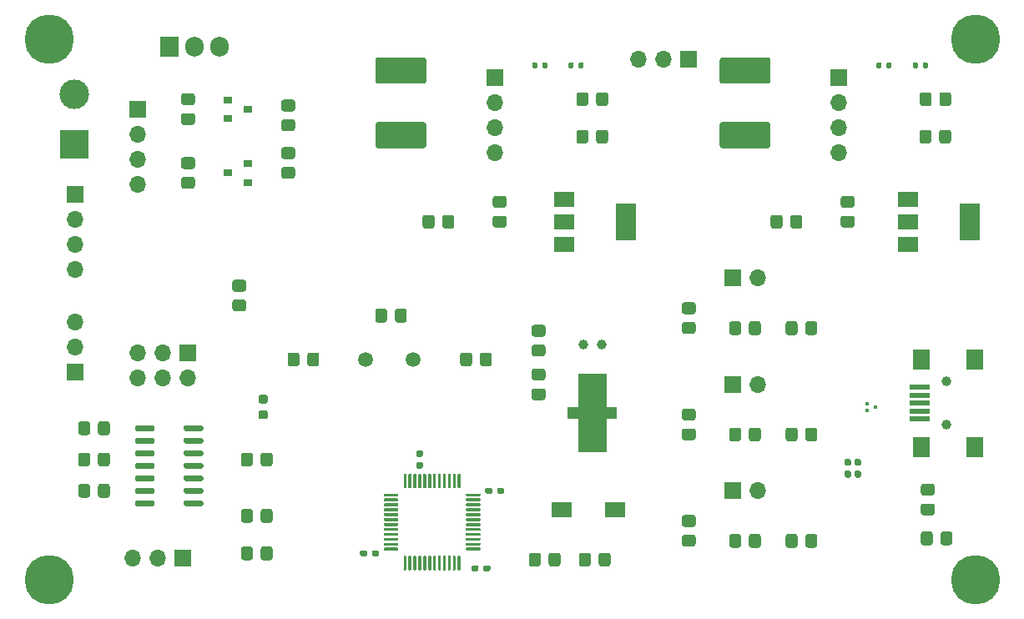
<source format=gts>
G04 #@! TF.GenerationSoftware,KiCad,Pcbnew,(5.1.10)-1*
G04 #@! TF.CreationDate,2021-09-04T13:32:15+03:00*
G04 #@! TF.ProjectId,amp_control_board,616d705f-636f-46e7-9472-6f6c5f626f61,rev?*
G04 #@! TF.SameCoordinates,Original*
G04 #@! TF.FileFunction,Soldermask,Top*
G04 #@! TF.FilePolarity,Negative*
%FSLAX46Y46*%
G04 Gerber Fmt 4.6, Leading zero omitted, Abs format (unit mm)*
G04 Created by KiCad (PCBNEW (5.1.10)-1) date 2021-09-04 13:32:15*
%MOMM*%
%LPD*%
G01*
G04 APERTURE LIST*
%ADD10R,0.300000X0.300000*%
%ADD11C,1.000000*%
%ADD12R,1.700000X2.000000*%
%ADD13R,2.000000X0.500000*%
%ADD14C,5.000000*%
%ADD15O,1.700000X1.700000*%
%ADD16R,1.700000X1.700000*%
%ADD17R,3.000000X3.000000*%
%ADD18C,3.000000*%
%ADD19R,2.000000X1.500000*%
%ADD20R,2.000000X3.800000*%
%ADD21R,0.900000X0.800000*%
%ADD22R,2.000000X1.600000*%
%ADD23R,1.905000X2.000000*%
%ADD24O,1.905000X2.000000*%
%ADD25C,1.500000*%
%ADD26R,3.000000X8.000000*%
%ADD27R,1.200000X1.200000*%
G04 APERTURE END LIST*
D10*
X213912000Y-106426000D03*
X213062000Y-106776000D03*
X213062000Y-106076000D03*
G36*
G01*
X219691000Y-119310999D02*
X219691000Y-120211001D01*
G75*
G02*
X219441001Y-120461000I-249999J0D01*
G01*
X218740999Y-120461000D01*
G75*
G02*
X218491000Y-120211001I0J249999D01*
G01*
X218491000Y-119310999D01*
G75*
G02*
X218740999Y-119061000I249999J0D01*
G01*
X219441001Y-119061000D01*
G75*
G02*
X219691000Y-119310999I0J-249999D01*
G01*
G37*
G36*
G01*
X221691000Y-119310999D02*
X221691000Y-120211001D01*
G75*
G02*
X221441001Y-120461000I-249999J0D01*
G01*
X220740999Y-120461000D01*
G75*
G02*
X220491000Y-120211001I0J249999D01*
G01*
X220491000Y-119310999D01*
G75*
G02*
X220740999Y-119061000I249999J0D01*
G01*
X221441001Y-119061000D01*
G75*
G02*
X221691000Y-119310999I0J-249999D01*
G01*
G37*
G36*
G01*
X219652001Y-115424000D02*
X218751999Y-115424000D01*
G75*
G02*
X218502000Y-115174001I0J249999D01*
G01*
X218502000Y-114473999D01*
G75*
G02*
X218751999Y-114224000I249999J0D01*
G01*
X219652001Y-114224000D01*
G75*
G02*
X219902000Y-114473999I0J-249999D01*
G01*
X219902000Y-115174001D01*
G75*
G02*
X219652001Y-115424000I-249999J0D01*
G01*
G37*
G36*
G01*
X219652001Y-117424000D02*
X218751999Y-117424000D01*
G75*
G02*
X218502000Y-117174001I0J249999D01*
G01*
X218502000Y-116473999D01*
G75*
G02*
X218751999Y-116224000I249999J0D01*
G01*
X219652001Y-116224000D01*
G75*
G02*
X219902000Y-116473999I0J-249999D01*
G01*
X219902000Y-117174001D01*
G75*
G02*
X219652001Y-117424000I-249999J0D01*
G01*
G37*
G36*
G01*
X212250000Y-112409000D02*
X211930000Y-112409000D01*
G75*
G02*
X211770000Y-112249000I0J160000D01*
G01*
X211770000Y-111854000D01*
G75*
G02*
X211930000Y-111694000I160000J0D01*
G01*
X212250000Y-111694000D01*
G75*
G02*
X212410000Y-111854000I0J-160000D01*
G01*
X212410000Y-112249000D01*
G75*
G02*
X212250000Y-112409000I-160000J0D01*
G01*
G37*
G36*
G01*
X212250000Y-113604000D02*
X211930000Y-113604000D01*
G75*
G02*
X211770000Y-113444000I0J160000D01*
G01*
X211770000Y-113049000D01*
G75*
G02*
X211930000Y-112889000I160000J0D01*
G01*
X212250000Y-112889000D01*
G75*
G02*
X212410000Y-113049000I0J-160000D01*
G01*
X212410000Y-113444000D01*
G75*
G02*
X212250000Y-113604000I-160000J0D01*
G01*
G37*
G36*
G01*
X210914000Y-112889000D02*
X211234000Y-112889000D01*
G75*
G02*
X211394000Y-113049000I0J-160000D01*
G01*
X211394000Y-113444000D01*
G75*
G02*
X211234000Y-113604000I-160000J0D01*
G01*
X210914000Y-113604000D01*
G75*
G02*
X210754000Y-113444000I0J160000D01*
G01*
X210754000Y-113049000D01*
G75*
G02*
X210914000Y-112889000I160000J0D01*
G01*
G37*
G36*
G01*
X210914000Y-111694000D02*
X211234000Y-111694000D01*
G75*
G02*
X211394000Y-111854000I0J-160000D01*
G01*
X211394000Y-112249000D01*
G75*
G02*
X211234000Y-112409000I-160000J0D01*
G01*
X210914000Y-112409000D01*
G75*
G02*
X210754000Y-112249000I0J160000D01*
G01*
X210754000Y-111854000D01*
G75*
G02*
X210914000Y-111694000I160000J0D01*
G01*
G37*
D11*
X221107000Y-103845000D03*
X221107000Y-108245000D03*
D12*
X223957000Y-101595000D03*
X218507000Y-101595000D03*
X223957000Y-110495000D03*
X218507000Y-110495000D03*
D13*
X218407000Y-104445000D03*
X218407000Y-105245000D03*
X218407000Y-106045000D03*
X218407000Y-106845000D03*
X218407000Y-107645000D03*
D14*
X224028000Y-123952000D03*
X130048000Y-123952000D03*
X224028000Y-69088000D03*
X130048000Y-69088000D03*
G36*
G01*
X175500000Y-115095000D02*
X175500000Y-114775000D01*
G75*
G02*
X175660000Y-114615000I160000J0D01*
G01*
X176055000Y-114615000D01*
G75*
G02*
X176215000Y-114775000I0J-160000D01*
G01*
X176215000Y-115095000D01*
G75*
G02*
X176055000Y-115255000I-160000J0D01*
G01*
X175660000Y-115255000D01*
G75*
G02*
X175500000Y-115095000I0J160000D01*
G01*
G37*
G36*
G01*
X174305000Y-115095000D02*
X174305000Y-114775000D01*
G75*
G02*
X174465000Y-114615000I160000J0D01*
G01*
X174860000Y-114615000D01*
G75*
G02*
X175020000Y-114775000I0J-160000D01*
G01*
X175020000Y-115095000D01*
G75*
G02*
X174860000Y-115255000I-160000J0D01*
G01*
X174465000Y-115255000D01*
G75*
G02*
X174305000Y-115095000I0J160000D01*
G01*
G37*
G36*
G01*
X174103000Y-122969000D02*
X174103000Y-122649000D01*
G75*
G02*
X174263000Y-122489000I160000J0D01*
G01*
X174658000Y-122489000D01*
G75*
G02*
X174818000Y-122649000I0J-160000D01*
G01*
X174818000Y-122969000D01*
G75*
G02*
X174658000Y-123129000I-160000J0D01*
G01*
X174263000Y-123129000D01*
G75*
G02*
X174103000Y-122969000I0J160000D01*
G01*
G37*
G36*
G01*
X172908000Y-122969000D02*
X172908000Y-122649000D01*
G75*
G02*
X173068000Y-122489000I160000J0D01*
G01*
X173463000Y-122489000D01*
G75*
G02*
X173623000Y-122649000I0J-160000D01*
G01*
X173623000Y-122969000D01*
G75*
G02*
X173463000Y-123129000I-160000J0D01*
G01*
X173068000Y-123129000D01*
G75*
G02*
X172908000Y-122969000I0J160000D01*
G01*
G37*
G36*
G01*
X162320000Y-121125000D02*
X162320000Y-121445000D01*
G75*
G02*
X162160000Y-121605000I-160000J0D01*
G01*
X161765000Y-121605000D01*
G75*
G02*
X161605000Y-121445000I0J160000D01*
G01*
X161605000Y-121125000D01*
G75*
G02*
X161765000Y-120965000I160000J0D01*
G01*
X162160000Y-120965000D01*
G75*
G02*
X162320000Y-121125000I0J-160000D01*
G01*
G37*
G36*
G01*
X163515000Y-121125000D02*
X163515000Y-121445000D01*
G75*
G02*
X163355000Y-121605000I-160000J0D01*
G01*
X162960000Y-121605000D01*
G75*
G02*
X162800000Y-121445000I0J160000D01*
G01*
X162800000Y-121125000D01*
G75*
G02*
X162960000Y-120965000I160000J0D01*
G01*
X163355000Y-120965000D01*
G75*
G02*
X163515000Y-121125000I0J-160000D01*
G01*
G37*
G36*
G01*
X167800000Y-111520000D02*
X167480000Y-111520000D01*
G75*
G02*
X167320000Y-111360000I0J160000D01*
G01*
X167320000Y-110965000D01*
G75*
G02*
X167480000Y-110805000I160000J0D01*
G01*
X167800000Y-110805000D01*
G75*
G02*
X167960000Y-110965000I0J-160000D01*
G01*
X167960000Y-111360000D01*
G75*
G02*
X167800000Y-111520000I-160000J0D01*
G01*
G37*
G36*
G01*
X167800000Y-112715000D02*
X167480000Y-112715000D01*
G75*
G02*
X167320000Y-112555000I0J160000D01*
G01*
X167320000Y-112160000D01*
G75*
G02*
X167480000Y-112000000I160000J0D01*
G01*
X167800000Y-112000000D01*
G75*
G02*
X167960000Y-112160000I0J-160000D01*
G01*
X167960000Y-112555000D01*
G75*
G02*
X167800000Y-112715000I-160000J0D01*
G01*
G37*
D15*
X138557000Y-121793000D03*
X141097000Y-121793000D03*
D16*
X143637000Y-121793000D03*
G36*
G01*
X171755000Y-102050001D02*
X171755000Y-101149999D01*
G75*
G02*
X172004999Y-100900000I249999J0D01*
G01*
X172705001Y-100900000D01*
G75*
G02*
X172955000Y-101149999I0J-249999D01*
G01*
X172955000Y-102050001D01*
G75*
G02*
X172705001Y-102300000I-249999J0D01*
G01*
X172004999Y-102300000D01*
G75*
G02*
X171755000Y-102050001I0J249999D01*
G01*
G37*
G36*
G01*
X173755000Y-102050001D02*
X173755000Y-101149999D01*
G75*
G02*
X174004999Y-100900000I249999J0D01*
G01*
X174705001Y-100900000D01*
G75*
G02*
X174955000Y-101149999I0J-249999D01*
G01*
X174955000Y-102050001D01*
G75*
G02*
X174705001Y-102300000I-249999J0D01*
G01*
X174004999Y-102300000D01*
G75*
G02*
X173755000Y-102050001I0J249999D01*
G01*
G37*
G36*
G01*
X211524001Y-86214000D02*
X210623999Y-86214000D01*
G75*
G02*
X210374000Y-85964001I0J249999D01*
G01*
X210374000Y-85263999D01*
G75*
G02*
X210623999Y-85014000I249999J0D01*
G01*
X211524001Y-85014000D01*
G75*
G02*
X211774000Y-85263999I0J-249999D01*
G01*
X211774000Y-85964001D01*
G75*
G02*
X211524001Y-86214000I-249999J0D01*
G01*
G37*
G36*
G01*
X211524001Y-88214000D02*
X210623999Y-88214000D01*
G75*
G02*
X210374000Y-87964001I0J249999D01*
G01*
X210374000Y-87263999D01*
G75*
G02*
X210623999Y-87014000I249999J0D01*
G01*
X211524001Y-87014000D01*
G75*
G02*
X211774000Y-87263999I0J-249999D01*
G01*
X211774000Y-87964001D01*
G75*
G02*
X211524001Y-88214000I-249999J0D01*
G01*
G37*
G36*
G01*
X155445000Y-101149999D02*
X155445000Y-102050001D01*
G75*
G02*
X155195001Y-102300000I-249999J0D01*
G01*
X154494999Y-102300000D01*
G75*
G02*
X154245000Y-102050001I0J249999D01*
G01*
X154245000Y-101149999D01*
G75*
G02*
X154494999Y-100900000I249999J0D01*
G01*
X155195001Y-100900000D01*
G75*
G02*
X155445000Y-101149999I0J-249999D01*
G01*
G37*
G36*
G01*
X157445000Y-101149999D02*
X157445000Y-102050001D01*
G75*
G02*
X157195001Y-102300000I-249999J0D01*
G01*
X156494999Y-102300000D01*
G75*
G02*
X156245000Y-102050001I0J249999D01*
G01*
X156245000Y-101149999D01*
G75*
G02*
X156494999Y-100900000I249999J0D01*
G01*
X157195001Y-100900000D01*
G75*
G02*
X157445000Y-101149999I0J-249999D01*
G01*
G37*
G36*
G01*
X179254999Y-102540000D02*
X180155001Y-102540000D01*
G75*
G02*
X180405000Y-102789999I0J-249999D01*
G01*
X180405000Y-103490001D01*
G75*
G02*
X180155001Y-103740000I-249999J0D01*
G01*
X179254999Y-103740000D01*
G75*
G02*
X179005000Y-103490001I0J249999D01*
G01*
X179005000Y-102789999D01*
G75*
G02*
X179254999Y-102540000I249999J0D01*
G01*
G37*
G36*
G01*
X179254999Y-104540000D02*
X180155001Y-104540000D01*
G75*
G02*
X180405000Y-104789999I0J-249999D01*
G01*
X180405000Y-105490001D01*
G75*
G02*
X180155001Y-105740000I-249999J0D01*
G01*
X179254999Y-105740000D01*
G75*
G02*
X179005000Y-105490001I0J249999D01*
G01*
X179005000Y-104789999D01*
G75*
G02*
X179254999Y-104540000I249999J0D01*
G01*
G37*
G36*
G01*
X180155001Y-99295000D02*
X179254999Y-99295000D01*
G75*
G02*
X179005000Y-99045001I0J249999D01*
G01*
X179005000Y-98344999D01*
G75*
G02*
X179254999Y-98095000I249999J0D01*
G01*
X180155001Y-98095000D01*
G75*
G02*
X180405000Y-98344999I0J-249999D01*
G01*
X180405000Y-99045001D01*
G75*
G02*
X180155001Y-99295000I-249999J0D01*
G01*
G37*
G36*
G01*
X180155001Y-101295000D02*
X179254999Y-101295000D01*
G75*
G02*
X179005000Y-101045001I0J249999D01*
G01*
X179005000Y-100344999D01*
G75*
G02*
X179254999Y-100095000I249999J0D01*
G01*
X180155001Y-100095000D01*
G75*
G02*
X180405000Y-100344999I0J-249999D01*
G01*
X180405000Y-101045001D01*
G75*
G02*
X180155001Y-101295000I-249999J0D01*
G01*
G37*
G36*
G01*
X176218001Y-88214000D02*
X175317999Y-88214000D01*
G75*
G02*
X175068000Y-87964001I0J249999D01*
G01*
X175068000Y-87263999D01*
G75*
G02*
X175317999Y-87014000I249999J0D01*
G01*
X176218001Y-87014000D01*
G75*
G02*
X176468000Y-87263999I0J-249999D01*
G01*
X176468000Y-87964001D01*
G75*
G02*
X176218001Y-88214000I-249999J0D01*
G01*
G37*
G36*
G01*
X176218001Y-86214000D02*
X175317999Y-86214000D01*
G75*
G02*
X175068000Y-85964001I0J249999D01*
G01*
X175068000Y-85263999D01*
G75*
G02*
X175317999Y-85014000I249999J0D01*
G01*
X176218001Y-85014000D01*
G75*
G02*
X176468000Y-85263999I0J-249999D01*
G01*
X176468000Y-85964001D01*
G75*
G02*
X176218001Y-86214000I-249999J0D01*
G01*
G37*
G36*
G01*
X183820000Y-122370001D02*
X183820000Y-121469999D01*
G75*
G02*
X184069999Y-121220000I249999J0D01*
G01*
X184770001Y-121220000D01*
G75*
G02*
X185020000Y-121469999I0J-249999D01*
G01*
X185020000Y-122370001D01*
G75*
G02*
X184770001Y-122620000I-249999J0D01*
G01*
X184069999Y-122620000D01*
G75*
G02*
X183820000Y-122370001I0J249999D01*
G01*
G37*
G36*
G01*
X185820000Y-122370001D02*
X185820000Y-121469999D01*
G75*
G02*
X186069999Y-121220000I249999J0D01*
G01*
X186770001Y-121220000D01*
G75*
G02*
X187020000Y-121469999I0J-249999D01*
G01*
X187020000Y-122370001D01*
G75*
G02*
X186770001Y-122620000I-249999J0D01*
G01*
X186069999Y-122620000D01*
G75*
G02*
X185820000Y-122370001I0J249999D01*
G01*
G37*
G36*
G01*
X195395001Y-97009000D02*
X194494999Y-97009000D01*
G75*
G02*
X194245000Y-96759001I0J249999D01*
G01*
X194245000Y-96058999D01*
G75*
G02*
X194494999Y-95809000I249999J0D01*
G01*
X195395001Y-95809000D01*
G75*
G02*
X195645000Y-96058999I0J-249999D01*
G01*
X195645000Y-96759001D01*
G75*
G02*
X195395001Y-97009000I-249999J0D01*
G01*
G37*
G36*
G01*
X195395001Y-99009000D02*
X194494999Y-99009000D01*
G75*
G02*
X194245000Y-98759001I0J249999D01*
G01*
X194245000Y-98058999D01*
G75*
G02*
X194494999Y-97809000I249999J0D01*
G01*
X195395001Y-97809000D01*
G75*
G02*
X195645000Y-98058999I0J-249999D01*
G01*
X195645000Y-98759001D01*
G75*
G02*
X195395001Y-99009000I-249999J0D01*
G01*
G37*
G36*
G01*
X195395001Y-107804000D02*
X194494999Y-107804000D01*
G75*
G02*
X194245000Y-107554001I0J249999D01*
G01*
X194245000Y-106853999D01*
G75*
G02*
X194494999Y-106604000I249999J0D01*
G01*
X195395001Y-106604000D01*
G75*
G02*
X195645000Y-106853999I0J-249999D01*
G01*
X195645000Y-107554001D01*
G75*
G02*
X195395001Y-107804000I-249999J0D01*
G01*
G37*
G36*
G01*
X195395001Y-109804000D02*
X194494999Y-109804000D01*
G75*
G02*
X194245000Y-109554001I0J249999D01*
G01*
X194245000Y-108853999D01*
G75*
G02*
X194494999Y-108604000I249999J0D01*
G01*
X195395001Y-108604000D01*
G75*
G02*
X195645000Y-108853999I0J-249999D01*
G01*
X195645000Y-109554001D01*
G75*
G02*
X195395001Y-109804000I-249999J0D01*
G01*
G37*
G36*
G01*
X195395001Y-120599000D02*
X194494999Y-120599000D01*
G75*
G02*
X194245000Y-120349001I0J249999D01*
G01*
X194245000Y-119648999D01*
G75*
G02*
X194494999Y-119399000I249999J0D01*
G01*
X195395001Y-119399000D01*
G75*
G02*
X195645000Y-119648999I0J-249999D01*
G01*
X195645000Y-120349001D01*
G75*
G02*
X195395001Y-120599000I-249999J0D01*
G01*
G37*
G36*
G01*
X195395001Y-118599000D02*
X194494999Y-118599000D01*
G75*
G02*
X194245000Y-118349001I0J249999D01*
G01*
X194245000Y-117648999D01*
G75*
G02*
X194494999Y-117399000I249999J0D01*
G01*
X195395001Y-117399000D01*
G75*
G02*
X195645000Y-117648999I0J-249999D01*
G01*
X195645000Y-118349001D01*
G75*
G02*
X195395001Y-118599000I-249999J0D01*
G01*
G37*
G36*
G01*
X202985000Y-73615000D02*
X198335000Y-73615000D01*
G75*
G02*
X198085000Y-73365000I0J250000D01*
G01*
X198085000Y-71215000D01*
G75*
G02*
X198335000Y-70965000I250000J0D01*
G01*
X202985000Y-70965000D01*
G75*
G02*
X203235000Y-71215000I0J-250000D01*
G01*
X203235000Y-73365000D01*
G75*
G02*
X202985000Y-73615000I-250000J0D01*
G01*
G37*
G36*
G01*
X202985000Y-80165000D02*
X198335000Y-80165000D01*
G75*
G02*
X198085000Y-79915000I0J250000D01*
G01*
X198085000Y-77765000D01*
G75*
G02*
X198335000Y-77515000I250000J0D01*
G01*
X202985000Y-77515000D01*
G75*
G02*
X203235000Y-77765000I0J-250000D01*
G01*
X203235000Y-79915000D01*
G75*
G02*
X202985000Y-80165000I-250000J0D01*
G01*
G37*
G36*
G01*
X168060000Y-80165000D02*
X163410000Y-80165000D01*
G75*
G02*
X163160000Y-79915000I0J250000D01*
G01*
X163160000Y-77765000D01*
G75*
G02*
X163410000Y-77515000I250000J0D01*
G01*
X168060000Y-77515000D01*
G75*
G02*
X168310000Y-77765000I0J-250000D01*
G01*
X168310000Y-79915000D01*
G75*
G02*
X168060000Y-80165000I-250000J0D01*
G01*
G37*
G36*
G01*
X168060000Y-73615000D02*
X163410000Y-73615000D01*
G75*
G02*
X163160000Y-73365000I0J250000D01*
G01*
X163160000Y-71215000D01*
G75*
G02*
X163410000Y-70965000I250000J0D01*
G01*
X168060000Y-70965000D01*
G75*
G02*
X168310000Y-71215000I0J-250000D01*
G01*
X168310000Y-73365000D01*
G75*
G02*
X168060000Y-73615000I-250000J0D01*
G01*
G37*
G36*
G01*
X151508750Y-105201000D02*
X152021250Y-105201000D01*
G75*
G02*
X152240000Y-105419750I0J-218750D01*
G01*
X152240000Y-105857250D01*
G75*
G02*
X152021250Y-106076000I-218750J0D01*
G01*
X151508750Y-106076000D01*
G75*
G02*
X151290000Y-105857250I0J218750D01*
G01*
X151290000Y-105419750D01*
G75*
G02*
X151508750Y-105201000I218750J0D01*
G01*
G37*
G36*
G01*
X151508750Y-106776000D02*
X152021250Y-106776000D01*
G75*
G02*
X152240000Y-106994750I0J-218750D01*
G01*
X152240000Y-107432250D01*
G75*
G02*
X152021250Y-107651000I-218750J0D01*
G01*
X151508750Y-107651000D01*
G75*
G02*
X151290000Y-107432250I0J218750D01*
G01*
X151290000Y-106994750D01*
G75*
G02*
X151508750Y-106776000I218750J0D01*
G01*
G37*
D15*
X189865000Y-71120000D03*
X192405000Y-71120000D03*
D16*
X194945000Y-71120000D03*
D15*
X132715000Y-92456000D03*
X132715000Y-89916000D03*
X132715000Y-87376000D03*
D16*
X132715000Y-84836000D03*
D17*
X132588000Y-79756000D03*
D18*
X132588000Y-74676000D03*
D16*
X139065000Y-76200000D03*
D15*
X139065000Y-78740000D03*
X139065000Y-81280000D03*
X139065000Y-83820000D03*
D16*
X144145000Y-100965000D03*
D15*
X144145000Y-103505000D03*
X141605000Y-100965000D03*
X141605000Y-103505000D03*
X139065000Y-100965000D03*
X139065000Y-103505000D03*
D16*
X132715000Y-102870000D03*
D15*
X132715000Y-100330000D03*
X132715000Y-97790000D03*
D16*
X210185000Y-73025000D03*
D15*
X210185000Y-75565000D03*
X210185000Y-78105000D03*
X210185000Y-80645000D03*
X175260000Y-80645000D03*
X175260000Y-78105000D03*
X175260000Y-75565000D03*
D16*
X175260000Y-73025000D03*
D19*
X217195000Y-85330000D03*
X217195000Y-89930000D03*
X217195000Y-87630000D03*
D20*
X223495000Y-87630000D03*
X188595000Y-87630000D03*
D19*
X182295000Y-87630000D03*
X182295000Y-89930000D03*
X182295000Y-85330000D03*
D21*
X150225000Y-76200000D03*
X148225000Y-77150000D03*
X148225000Y-75250000D03*
X150225000Y-83627000D03*
X150225000Y-81727000D03*
X148225000Y-82677000D03*
G36*
G01*
X206451000Y-87179999D02*
X206451000Y-88080001D01*
G75*
G02*
X206201001Y-88330000I-249999J0D01*
G01*
X205500999Y-88330000D01*
G75*
G02*
X205251000Y-88080001I0J249999D01*
G01*
X205251000Y-87179999D01*
G75*
G02*
X205500999Y-86930000I249999J0D01*
G01*
X206201001Y-86930000D01*
G75*
G02*
X206451000Y-87179999I0J-249999D01*
G01*
G37*
G36*
G01*
X204451000Y-87179999D02*
X204451000Y-88080001D01*
G75*
G02*
X204201001Y-88330000I-249999J0D01*
G01*
X203500999Y-88330000D01*
G75*
G02*
X203251000Y-88080001I0J249999D01*
G01*
X203251000Y-87179999D01*
G75*
G02*
X203500999Y-86930000I249999J0D01*
G01*
X204201001Y-86930000D01*
G75*
G02*
X204451000Y-87179999I0J-249999D01*
G01*
G37*
G36*
G01*
X164335000Y-96704999D02*
X164335000Y-97605001D01*
G75*
G02*
X164085001Y-97855000I-249999J0D01*
G01*
X163384999Y-97855000D01*
G75*
G02*
X163135000Y-97605001I0J249999D01*
G01*
X163135000Y-96704999D01*
G75*
G02*
X163384999Y-96455000I249999J0D01*
G01*
X164085001Y-96455000D01*
G75*
G02*
X164335000Y-96704999I0J-249999D01*
G01*
G37*
G36*
G01*
X166335000Y-96704999D02*
X166335000Y-97605001D01*
G75*
G02*
X166085001Y-97855000I-249999J0D01*
G01*
X165384999Y-97855000D01*
G75*
G02*
X165135000Y-97605001I0J249999D01*
G01*
X165135000Y-96704999D01*
G75*
G02*
X165384999Y-96455000I249999J0D01*
G01*
X166085001Y-96455000D01*
G75*
G02*
X166335000Y-96704999I0J-249999D01*
G01*
G37*
G36*
G01*
X220380000Y-75634001D02*
X220380000Y-74733999D01*
G75*
G02*
X220629999Y-74484000I249999J0D01*
G01*
X221330001Y-74484000D01*
G75*
G02*
X221580000Y-74733999I0J-249999D01*
G01*
X221580000Y-75634001D01*
G75*
G02*
X221330001Y-75884000I-249999J0D01*
G01*
X220629999Y-75884000D01*
G75*
G02*
X220380000Y-75634001I0J249999D01*
G01*
G37*
G36*
G01*
X218380000Y-75634001D02*
X218380000Y-74733999D01*
G75*
G02*
X218629999Y-74484000I249999J0D01*
G01*
X219330001Y-74484000D01*
G75*
G02*
X219580000Y-74733999I0J-249999D01*
G01*
X219580000Y-75634001D01*
G75*
G02*
X219330001Y-75884000I-249999J0D01*
G01*
X218629999Y-75884000D01*
G75*
G02*
X218380000Y-75634001I0J249999D01*
G01*
G37*
G36*
G01*
X179940000Y-121469999D02*
X179940000Y-122370001D01*
G75*
G02*
X179690001Y-122620000I-249999J0D01*
G01*
X178989999Y-122620000D01*
G75*
G02*
X178740000Y-122370001I0J249999D01*
G01*
X178740000Y-121469999D01*
G75*
G02*
X178989999Y-121220000I249999J0D01*
G01*
X179690001Y-121220000D01*
G75*
G02*
X179940000Y-121469999I0J-249999D01*
G01*
G37*
G36*
G01*
X181940000Y-121469999D02*
X181940000Y-122370001D01*
G75*
G02*
X181690001Y-122620000I-249999J0D01*
G01*
X180989999Y-122620000D01*
G75*
G02*
X180740000Y-122370001I0J249999D01*
G01*
X180740000Y-121469999D01*
G75*
G02*
X180989999Y-121220000I249999J0D01*
G01*
X181690001Y-121220000D01*
G75*
G02*
X181940000Y-121469999I0J-249999D01*
G01*
G37*
G36*
G01*
X144595001Y-77800000D02*
X143694999Y-77800000D01*
G75*
G02*
X143445000Y-77550001I0J249999D01*
G01*
X143445000Y-76849999D01*
G75*
G02*
X143694999Y-76600000I249999J0D01*
G01*
X144595001Y-76600000D01*
G75*
G02*
X144845000Y-76849999I0J-249999D01*
G01*
X144845000Y-77550001D01*
G75*
G02*
X144595001Y-77800000I-249999J0D01*
G01*
G37*
G36*
G01*
X144595001Y-75800000D02*
X143694999Y-75800000D01*
G75*
G02*
X143445000Y-75550001I0J249999D01*
G01*
X143445000Y-74849999D01*
G75*
G02*
X143694999Y-74600000I249999J0D01*
G01*
X144595001Y-74600000D01*
G75*
G02*
X144845000Y-74849999I0J-249999D01*
G01*
X144845000Y-75550001D01*
G75*
G02*
X144595001Y-75800000I-249999J0D01*
G01*
G37*
G36*
G01*
X143694999Y-83077000D02*
X144595001Y-83077000D01*
G75*
G02*
X144845000Y-83326999I0J-249999D01*
G01*
X144845000Y-84027001D01*
G75*
G02*
X144595001Y-84277000I-249999J0D01*
G01*
X143694999Y-84277000D01*
G75*
G02*
X143445000Y-84027001I0J249999D01*
G01*
X143445000Y-83326999D01*
G75*
G02*
X143694999Y-83077000I249999J0D01*
G01*
G37*
G36*
G01*
X143694999Y-81077000D02*
X144595001Y-81077000D01*
G75*
G02*
X144845000Y-81326999I0J-249999D01*
G01*
X144845000Y-82027001D01*
G75*
G02*
X144595001Y-82277000I-249999J0D01*
G01*
X143694999Y-82277000D01*
G75*
G02*
X143445000Y-82027001I0J249999D01*
G01*
X143445000Y-81326999D01*
G75*
G02*
X143694999Y-81077000I249999J0D01*
G01*
G37*
G36*
G01*
X148901999Y-93523000D02*
X149802001Y-93523000D01*
G75*
G02*
X150052000Y-93772999I0J-249999D01*
G01*
X150052000Y-94473001D01*
G75*
G02*
X149802001Y-94723000I-249999J0D01*
G01*
X148901999Y-94723000D01*
G75*
G02*
X148652000Y-94473001I0J249999D01*
G01*
X148652000Y-93772999D01*
G75*
G02*
X148901999Y-93523000I249999J0D01*
G01*
G37*
G36*
G01*
X148901999Y-95523000D02*
X149802001Y-95523000D01*
G75*
G02*
X150052000Y-95772999I0J-249999D01*
G01*
X150052000Y-96473001D01*
G75*
G02*
X149802001Y-96723000I-249999J0D01*
G01*
X148901999Y-96723000D01*
G75*
G02*
X148652000Y-96473001I0J249999D01*
G01*
X148652000Y-95772999D01*
G75*
G02*
X148901999Y-95523000I249999J0D01*
G01*
G37*
G36*
G01*
X153854999Y-75235000D02*
X154755001Y-75235000D01*
G75*
G02*
X155005000Y-75484999I0J-249999D01*
G01*
X155005000Y-76185001D01*
G75*
G02*
X154755001Y-76435000I-249999J0D01*
G01*
X153854999Y-76435000D01*
G75*
G02*
X153605000Y-76185001I0J249999D01*
G01*
X153605000Y-75484999D01*
G75*
G02*
X153854999Y-75235000I249999J0D01*
G01*
G37*
G36*
G01*
X153854999Y-77235000D02*
X154755001Y-77235000D01*
G75*
G02*
X155005000Y-77484999I0J-249999D01*
G01*
X155005000Y-78185001D01*
G75*
G02*
X154755001Y-78435000I-249999J0D01*
G01*
X153854999Y-78435000D01*
G75*
G02*
X153605000Y-78185001I0J249999D01*
G01*
X153605000Y-77484999D01*
G75*
G02*
X153854999Y-77235000I249999J0D01*
G01*
G37*
G36*
G01*
X154755001Y-83261000D02*
X153854999Y-83261000D01*
G75*
G02*
X153605000Y-83011001I0J249999D01*
G01*
X153605000Y-82310999D01*
G75*
G02*
X153854999Y-82061000I249999J0D01*
G01*
X154755001Y-82061000D01*
G75*
G02*
X155005000Y-82310999I0J-249999D01*
G01*
X155005000Y-83011001D01*
G75*
G02*
X154755001Y-83261000I-249999J0D01*
G01*
G37*
G36*
G01*
X154755001Y-81261000D02*
X153854999Y-81261000D01*
G75*
G02*
X153605000Y-81011001I0J249999D01*
G01*
X153605000Y-80310999D01*
G75*
G02*
X153854999Y-80061000I249999J0D01*
G01*
X154755001Y-80061000D01*
G75*
G02*
X155005000Y-80310999I0J-249999D01*
G01*
X155005000Y-81011001D01*
G75*
G02*
X154755001Y-81261000I-249999J0D01*
G01*
G37*
G36*
G01*
X135020000Y-109035001D02*
X135020000Y-108134999D01*
G75*
G02*
X135269999Y-107885000I249999J0D01*
G01*
X135970001Y-107885000D01*
G75*
G02*
X136220000Y-108134999I0J-249999D01*
G01*
X136220000Y-109035001D01*
G75*
G02*
X135970001Y-109285000I-249999J0D01*
G01*
X135269999Y-109285000D01*
G75*
G02*
X135020000Y-109035001I0J249999D01*
G01*
G37*
G36*
G01*
X133020000Y-109035001D02*
X133020000Y-108134999D01*
G75*
G02*
X133269999Y-107885000I249999J0D01*
G01*
X133970001Y-107885000D01*
G75*
G02*
X134220000Y-108134999I0J-249999D01*
G01*
X134220000Y-109035001D01*
G75*
G02*
X133970001Y-109285000I-249999J0D01*
G01*
X133269999Y-109285000D01*
G75*
G02*
X133020000Y-109035001I0J249999D01*
G01*
G37*
G36*
G01*
X133020000Y-112210001D02*
X133020000Y-111309999D01*
G75*
G02*
X133269999Y-111060000I249999J0D01*
G01*
X133970001Y-111060000D01*
G75*
G02*
X134220000Y-111309999I0J-249999D01*
G01*
X134220000Y-112210001D01*
G75*
G02*
X133970001Y-112460000I-249999J0D01*
G01*
X133269999Y-112460000D01*
G75*
G02*
X133020000Y-112210001I0J249999D01*
G01*
G37*
G36*
G01*
X135020000Y-112210001D02*
X135020000Y-111309999D01*
G75*
G02*
X135269999Y-111060000I249999J0D01*
G01*
X135970001Y-111060000D01*
G75*
G02*
X136220000Y-111309999I0J-249999D01*
G01*
X136220000Y-112210001D01*
G75*
G02*
X135970001Y-112460000I-249999J0D01*
G01*
X135269999Y-112460000D01*
G75*
G02*
X135020000Y-112210001I0J249999D01*
G01*
G37*
G36*
G01*
X151530000Y-117925001D02*
X151530000Y-117024999D01*
G75*
G02*
X151779999Y-116775000I249999J0D01*
G01*
X152480001Y-116775000D01*
G75*
G02*
X152730000Y-117024999I0J-249999D01*
G01*
X152730000Y-117925001D01*
G75*
G02*
X152480001Y-118175000I-249999J0D01*
G01*
X151779999Y-118175000D01*
G75*
G02*
X151530000Y-117925001I0J249999D01*
G01*
G37*
G36*
G01*
X149530000Y-117925001D02*
X149530000Y-117024999D01*
G75*
G02*
X149779999Y-116775000I249999J0D01*
G01*
X150480001Y-116775000D01*
G75*
G02*
X150730000Y-117024999I0J-249999D01*
G01*
X150730000Y-117925001D01*
G75*
G02*
X150480001Y-118175000I-249999J0D01*
G01*
X149779999Y-118175000D01*
G75*
G02*
X149530000Y-117925001I0J249999D01*
G01*
G37*
G36*
G01*
X135020000Y-115385001D02*
X135020000Y-114484999D01*
G75*
G02*
X135269999Y-114235000I249999J0D01*
G01*
X135970001Y-114235000D01*
G75*
G02*
X136220000Y-114484999I0J-249999D01*
G01*
X136220000Y-115385001D01*
G75*
G02*
X135970001Y-115635000I-249999J0D01*
G01*
X135269999Y-115635000D01*
G75*
G02*
X135020000Y-115385001I0J249999D01*
G01*
G37*
G36*
G01*
X133020000Y-115385001D02*
X133020000Y-114484999D01*
G75*
G02*
X133269999Y-114235000I249999J0D01*
G01*
X133970001Y-114235000D01*
G75*
G02*
X134220000Y-114484999I0J-249999D01*
G01*
X134220000Y-115385001D01*
G75*
G02*
X133970001Y-115635000I-249999J0D01*
G01*
X133269999Y-115635000D01*
G75*
G02*
X133020000Y-115385001I0J249999D01*
G01*
G37*
G36*
G01*
X152730000Y-111309999D02*
X152730000Y-112210001D01*
G75*
G02*
X152480001Y-112460000I-249999J0D01*
G01*
X151779999Y-112460000D01*
G75*
G02*
X151530000Y-112210001I0J249999D01*
G01*
X151530000Y-111309999D01*
G75*
G02*
X151779999Y-111060000I249999J0D01*
G01*
X152480001Y-111060000D01*
G75*
G02*
X152730000Y-111309999I0J-249999D01*
G01*
G37*
G36*
G01*
X150730000Y-111309999D02*
X150730000Y-112210001D01*
G75*
G02*
X150480001Y-112460000I-249999J0D01*
G01*
X149779999Y-112460000D01*
G75*
G02*
X149530000Y-112210001I0J249999D01*
G01*
X149530000Y-111309999D01*
G75*
G02*
X149779999Y-111060000I249999J0D01*
G01*
X150480001Y-111060000D01*
G75*
G02*
X150730000Y-111309999I0J-249999D01*
G01*
G37*
G36*
G01*
X152730000Y-120834999D02*
X152730000Y-121735001D01*
G75*
G02*
X152480001Y-121985000I-249999J0D01*
G01*
X151779999Y-121985000D01*
G75*
G02*
X151530000Y-121735001I0J249999D01*
G01*
X151530000Y-120834999D01*
G75*
G02*
X151779999Y-120585000I249999J0D01*
G01*
X152480001Y-120585000D01*
G75*
G02*
X152730000Y-120834999I0J-249999D01*
G01*
G37*
G36*
G01*
X150730000Y-120834999D02*
X150730000Y-121735001D01*
G75*
G02*
X150480001Y-121985000I-249999J0D01*
G01*
X149779999Y-121985000D01*
G75*
G02*
X149530000Y-121735001I0J249999D01*
G01*
X149530000Y-120834999D01*
G75*
G02*
X149779999Y-120585000I249999J0D01*
G01*
X150480001Y-120585000D01*
G75*
G02*
X150730000Y-120834999I0J-249999D01*
G01*
G37*
G36*
G01*
X206775000Y-98875001D02*
X206775000Y-97974999D01*
G75*
G02*
X207024999Y-97725000I249999J0D01*
G01*
X207725001Y-97725000D01*
G75*
G02*
X207975000Y-97974999I0J-249999D01*
G01*
X207975000Y-98875001D01*
G75*
G02*
X207725001Y-99125000I-249999J0D01*
G01*
X207024999Y-99125000D01*
G75*
G02*
X206775000Y-98875001I0J249999D01*
G01*
G37*
G36*
G01*
X204775000Y-98875001D02*
X204775000Y-97974999D01*
G75*
G02*
X205024999Y-97725000I249999J0D01*
G01*
X205725001Y-97725000D01*
G75*
G02*
X205975000Y-97974999I0J-249999D01*
G01*
X205975000Y-98875001D01*
G75*
G02*
X205725001Y-99125000I-249999J0D01*
G01*
X205024999Y-99125000D01*
G75*
G02*
X204775000Y-98875001I0J249999D01*
G01*
G37*
G36*
G01*
X199060000Y-98875001D02*
X199060000Y-97974999D01*
G75*
G02*
X199309999Y-97725000I249999J0D01*
G01*
X200010001Y-97725000D01*
G75*
G02*
X200260000Y-97974999I0J-249999D01*
G01*
X200260000Y-98875001D01*
G75*
G02*
X200010001Y-99125000I-249999J0D01*
G01*
X199309999Y-99125000D01*
G75*
G02*
X199060000Y-98875001I0J249999D01*
G01*
G37*
G36*
G01*
X201060000Y-98875001D02*
X201060000Y-97974999D01*
G75*
G02*
X201309999Y-97725000I249999J0D01*
G01*
X202010001Y-97725000D01*
G75*
G02*
X202260000Y-97974999I0J-249999D01*
G01*
X202260000Y-98875001D01*
G75*
G02*
X202010001Y-99125000I-249999J0D01*
G01*
X201309999Y-99125000D01*
G75*
G02*
X201060000Y-98875001I0J249999D01*
G01*
G37*
G36*
G01*
X206775000Y-109670001D02*
X206775000Y-108769999D01*
G75*
G02*
X207024999Y-108520000I249999J0D01*
G01*
X207725001Y-108520000D01*
G75*
G02*
X207975000Y-108769999I0J-249999D01*
G01*
X207975000Y-109670001D01*
G75*
G02*
X207725001Y-109920000I-249999J0D01*
G01*
X207024999Y-109920000D01*
G75*
G02*
X206775000Y-109670001I0J249999D01*
G01*
G37*
G36*
G01*
X204775000Y-109670001D02*
X204775000Y-108769999D01*
G75*
G02*
X205024999Y-108520000I249999J0D01*
G01*
X205725001Y-108520000D01*
G75*
G02*
X205975000Y-108769999I0J-249999D01*
G01*
X205975000Y-109670001D01*
G75*
G02*
X205725001Y-109920000I-249999J0D01*
G01*
X205024999Y-109920000D01*
G75*
G02*
X204775000Y-109670001I0J249999D01*
G01*
G37*
G36*
G01*
X199060000Y-109670001D02*
X199060000Y-108769999D01*
G75*
G02*
X199309999Y-108520000I249999J0D01*
G01*
X200010001Y-108520000D01*
G75*
G02*
X200260000Y-108769999I0J-249999D01*
G01*
X200260000Y-109670001D01*
G75*
G02*
X200010001Y-109920000I-249999J0D01*
G01*
X199309999Y-109920000D01*
G75*
G02*
X199060000Y-109670001I0J249999D01*
G01*
G37*
G36*
G01*
X201060000Y-109670001D02*
X201060000Y-108769999D01*
G75*
G02*
X201309999Y-108520000I249999J0D01*
G01*
X202010001Y-108520000D01*
G75*
G02*
X202260000Y-108769999I0J-249999D01*
G01*
X202260000Y-109670001D01*
G75*
G02*
X202010001Y-109920000I-249999J0D01*
G01*
X201309999Y-109920000D01*
G75*
G02*
X201060000Y-109670001I0J249999D01*
G01*
G37*
G36*
G01*
X204775000Y-120465001D02*
X204775000Y-119564999D01*
G75*
G02*
X205024999Y-119315000I249999J0D01*
G01*
X205725001Y-119315000D01*
G75*
G02*
X205975000Y-119564999I0J-249999D01*
G01*
X205975000Y-120465001D01*
G75*
G02*
X205725001Y-120715000I-249999J0D01*
G01*
X205024999Y-120715000D01*
G75*
G02*
X204775000Y-120465001I0J249999D01*
G01*
G37*
G36*
G01*
X206775000Y-120465001D02*
X206775000Y-119564999D01*
G75*
G02*
X207024999Y-119315000I249999J0D01*
G01*
X207725001Y-119315000D01*
G75*
G02*
X207975000Y-119564999I0J-249999D01*
G01*
X207975000Y-120465001D01*
G75*
G02*
X207725001Y-120715000I-249999J0D01*
G01*
X207024999Y-120715000D01*
G75*
G02*
X206775000Y-120465001I0J249999D01*
G01*
G37*
G36*
G01*
X201060000Y-120465001D02*
X201060000Y-119564999D01*
G75*
G02*
X201309999Y-119315000I249999J0D01*
G01*
X202010001Y-119315000D01*
G75*
G02*
X202260000Y-119564999I0J-249999D01*
G01*
X202260000Y-120465001D01*
G75*
G02*
X202010001Y-120715000I-249999J0D01*
G01*
X201309999Y-120715000D01*
G75*
G02*
X201060000Y-120465001I0J249999D01*
G01*
G37*
G36*
G01*
X199060000Y-120465001D02*
X199060000Y-119564999D01*
G75*
G02*
X199309999Y-119315000I249999J0D01*
G01*
X200010001Y-119315000D01*
G75*
G02*
X200260000Y-119564999I0J-249999D01*
G01*
X200260000Y-120465001D01*
G75*
G02*
X200010001Y-120715000I-249999J0D01*
G01*
X199309999Y-120715000D01*
G75*
G02*
X199060000Y-120465001I0J249999D01*
G01*
G37*
G36*
G01*
X218680000Y-71940000D02*
X218680000Y-71570000D01*
G75*
G02*
X218815000Y-71435000I135000J0D01*
G01*
X219085000Y-71435000D01*
G75*
G02*
X219220000Y-71570000I0J-135000D01*
G01*
X219220000Y-71940000D01*
G75*
G02*
X219085000Y-72075000I-135000J0D01*
G01*
X218815000Y-72075000D01*
G75*
G02*
X218680000Y-71940000I0J135000D01*
G01*
G37*
G36*
G01*
X217660000Y-71940000D02*
X217660000Y-71570000D01*
G75*
G02*
X217795000Y-71435000I135000J0D01*
G01*
X218065000Y-71435000D01*
G75*
G02*
X218200000Y-71570000I0J-135000D01*
G01*
X218200000Y-71940000D01*
G75*
G02*
X218065000Y-72075000I-135000J0D01*
G01*
X217795000Y-72075000D01*
G75*
G02*
X217660000Y-71940000I0J135000D01*
G01*
G37*
G36*
G01*
X213977000Y-71940000D02*
X213977000Y-71570000D01*
G75*
G02*
X214112000Y-71435000I135000J0D01*
G01*
X214382000Y-71435000D01*
G75*
G02*
X214517000Y-71570000I0J-135000D01*
G01*
X214517000Y-71940000D01*
G75*
G02*
X214382000Y-72075000I-135000J0D01*
G01*
X214112000Y-72075000D01*
G75*
G02*
X213977000Y-71940000I0J135000D01*
G01*
G37*
G36*
G01*
X214997000Y-71940000D02*
X214997000Y-71570000D01*
G75*
G02*
X215132000Y-71435000I135000J0D01*
G01*
X215402000Y-71435000D01*
G75*
G02*
X215537000Y-71570000I0J-135000D01*
G01*
X215537000Y-71940000D01*
G75*
G02*
X215402000Y-72075000I-135000J0D01*
G01*
X215132000Y-72075000D01*
G75*
G02*
X214997000Y-71940000I0J135000D01*
G01*
G37*
G36*
G01*
X169145000Y-87179999D02*
X169145000Y-88080001D01*
G75*
G02*
X168895001Y-88330000I-249999J0D01*
G01*
X168194999Y-88330000D01*
G75*
G02*
X167945000Y-88080001I0J249999D01*
G01*
X167945000Y-87179999D01*
G75*
G02*
X168194999Y-86930000I249999J0D01*
G01*
X168895001Y-86930000D01*
G75*
G02*
X169145000Y-87179999I0J-249999D01*
G01*
G37*
G36*
G01*
X171145000Y-87179999D02*
X171145000Y-88080001D01*
G75*
G02*
X170895001Y-88330000I-249999J0D01*
G01*
X170194999Y-88330000D01*
G75*
G02*
X169945000Y-88080001I0J249999D01*
G01*
X169945000Y-87179999D01*
G75*
G02*
X170194999Y-86930000I249999J0D01*
G01*
X170895001Y-86930000D01*
G75*
G02*
X171145000Y-87179999I0J-249999D01*
G01*
G37*
G36*
G01*
X183566000Y-75634001D02*
X183566000Y-74733999D01*
G75*
G02*
X183815999Y-74484000I249999J0D01*
G01*
X184516001Y-74484000D01*
G75*
G02*
X184766000Y-74733999I0J-249999D01*
G01*
X184766000Y-75634001D01*
G75*
G02*
X184516001Y-75884000I-249999J0D01*
G01*
X183815999Y-75884000D01*
G75*
G02*
X183566000Y-75634001I0J249999D01*
G01*
G37*
G36*
G01*
X185566000Y-75634001D02*
X185566000Y-74733999D01*
G75*
G02*
X185815999Y-74484000I249999J0D01*
G01*
X186516001Y-74484000D01*
G75*
G02*
X186766000Y-74733999I0J-249999D01*
G01*
X186766000Y-75634001D01*
G75*
G02*
X186516001Y-75884000I-249999J0D01*
G01*
X185815999Y-75884000D01*
G75*
G02*
X185566000Y-75634001I0J249999D01*
G01*
G37*
G36*
G01*
X183755000Y-71940000D02*
X183755000Y-71570000D01*
G75*
G02*
X183890000Y-71435000I135000J0D01*
G01*
X184160000Y-71435000D01*
G75*
G02*
X184295000Y-71570000I0J-135000D01*
G01*
X184295000Y-71940000D01*
G75*
G02*
X184160000Y-72075000I-135000J0D01*
G01*
X183890000Y-72075000D01*
G75*
G02*
X183755000Y-71940000I0J135000D01*
G01*
G37*
G36*
G01*
X182735000Y-71940000D02*
X182735000Y-71570000D01*
G75*
G02*
X182870000Y-71435000I135000J0D01*
G01*
X183140000Y-71435000D01*
G75*
G02*
X183275000Y-71570000I0J-135000D01*
G01*
X183275000Y-71940000D01*
G75*
G02*
X183140000Y-72075000I-135000J0D01*
G01*
X182870000Y-72075000D01*
G75*
G02*
X182735000Y-71940000I0J135000D01*
G01*
G37*
G36*
G01*
X179052000Y-71940000D02*
X179052000Y-71570000D01*
G75*
G02*
X179187000Y-71435000I135000J0D01*
G01*
X179457000Y-71435000D01*
G75*
G02*
X179592000Y-71570000I0J-135000D01*
G01*
X179592000Y-71940000D01*
G75*
G02*
X179457000Y-72075000I-135000J0D01*
G01*
X179187000Y-72075000D01*
G75*
G02*
X179052000Y-71940000I0J135000D01*
G01*
G37*
G36*
G01*
X180072000Y-71940000D02*
X180072000Y-71570000D01*
G75*
G02*
X180207000Y-71435000I135000J0D01*
G01*
X180477000Y-71435000D01*
G75*
G02*
X180612000Y-71570000I0J-135000D01*
G01*
X180612000Y-71940000D01*
G75*
G02*
X180477000Y-72075000I-135000J0D01*
G01*
X180207000Y-72075000D01*
G75*
G02*
X180072000Y-71940000I0J135000D01*
G01*
G37*
G36*
G01*
X219564000Y-78543999D02*
X219564000Y-79444001D01*
G75*
G02*
X219314001Y-79694000I-249999J0D01*
G01*
X218613999Y-79694000D01*
G75*
G02*
X218364000Y-79444001I0J249999D01*
G01*
X218364000Y-78543999D01*
G75*
G02*
X218613999Y-78294000I249999J0D01*
G01*
X219314001Y-78294000D01*
G75*
G02*
X219564000Y-78543999I0J-249999D01*
G01*
G37*
G36*
G01*
X221564000Y-78543999D02*
X221564000Y-79444001D01*
G75*
G02*
X221314001Y-79694000I-249999J0D01*
G01*
X220613999Y-79694000D01*
G75*
G02*
X220364000Y-79444001I0J249999D01*
G01*
X220364000Y-78543999D01*
G75*
G02*
X220613999Y-78294000I249999J0D01*
G01*
X221314001Y-78294000D01*
G75*
G02*
X221564000Y-78543999I0J-249999D01*
G01*
G37*
G36*
G01*
X186766000Y-78543999D02*
X186766000Y-79444001D01*
G75*
G02*
X186516001Y-79694000I-249999J0D01*
G01*
X185815999Y-79694000D01*
G75*
G02*
X185566000Y-79444001I0J249999D01*
G01*
X185566000Y-78543999D01*
G75*
G02*
X185815999Y-78294000I249999J0D01*
G01*
X186516001Y-78294000D01*
G75*
G02*
X186766000Y-78543999I0J-249999D01*
G01*
G37*
G36*
G01*
X184766000Y-78543999D02*
X184766000Y-79444001D01*
G75*
G02*
X184516001Y-79694000I-249999J0D01*
G01*
X183815999Y-79694000D01*
G75*
G02*
X183566000Y-79444001I0J249999D01*
G01*
X183566000Y-78543999D01*
G75*
G02*
X183815999Y-78294000I249999J0D01*
G01*
X184516001Y-78294000D01*
G75*
G02*
X184766000Y-78543999I0J-249999D01*
G01*
G37*
D22*
X182085000Y-116840000D03*
X187485000Y-116840000D03*
D16*
X199390000Y-93345000D03*
D15*
X201930000Y-93345000D03*
X201930000Y-104140000D03*
D16*
X199390000Y-104140000D03*
X199390000Y-114935000D03*
D15*
X201930000Y-114935000D03*
D23*
X142240000Y-69850000D03*
D24*
X144780000Y-69850000D03*
X147320000Y-69850000D03*
G36*
G01*
X138790000Y-108735000D02*
X138790000Y-108435000D01*
G75*
G02*
X138940000Y-108285000I150000J0D01*
G01*
X140590000Y-108285000D01*
G75*
G02*
X140740000Y-108435000I0J-150000D01*
G01*
X140740000Y-108735000D01*
G75*
G02*
X140590000Y-108885000I-150000J0D01*
G01*
X138940000Y-108885000D01*
G75*
G02*
X138790000Y-108735000I0J150000D01*
G01*
G37*
G36*
G01*
X138790000Y-110005000D02*
X138790000Y-109705000D01*
G75*
G02*
X138940000Y-109555000I150000J0D01*
G01*
X140590000Y-109555000D01*
G75*
G02*
X140740000Y-109705000I0J-150000D01*
G01*
X140740000Y-110005000D01*
G75*
G02*
X140590000Y-110155000I-150000J0D01*
G01*
X138940000Y-110155000D01*
G75*
G02*
X138790000Y-110005000I0J150000D01*
G01*
G37*
G36*
G01*
X138790000Y-111275000D02*
X138790000Y-110975000D01*
G75*
G02*
X138940000Y-110825000I150000J0D01*
G01*
X140590000Y-110825000D01*
G75*
G02*
X140740000Y-110975000I0J-150000D01*
G01*
X140740000Y-111275000D01*
G75*
G02*
X140590000Y-111425000I-150000J0D01*
G01*
X138940000Y-111425000D01*
G75*
G02*
X138790000Y-111275000I0J150000D01*
G01*
G37*
G36*
G01*
X138790000Y-112545000D02*
X138790000Y-112245000D01*
G75*
G02*
X138940000Y-112095000I150000J0D01*
G01*
X140590000Y-112095000D01*
G75*
G02*
X140740000Y-112245000I0J-150000D01*
G01*
X140740000Y-112545000D01*
G75*
G02*
X140590000Y-112695000I-150000J0D01*
G01*
X138940000Y-112695000D01*
G75*
G02*
X138790000Y-112545000I0J150000D01*
G01*
G37*
G36*
G01*
X138790000Y-113815000D02*
X138790000Y-113515000D01*
G75*
G02*
X138940000Y-113365000I150000J0D01*
G01*
X140590000Y-113365000D01*
G75*
G02*
X140740000Y-113515000I0J-150000D01*
G01*
X140740000Y-113815000D01*
G75*
G02*
X140590000Y-113965000I-150000J0D01*
G01*
X138940000Y-113965000D01*
G75*
G02*
X138790000Y-113815000I0J150000D01*
G01*
G37*
G36*
G01*
X138790000Y-115085000D02*
X138790000Y-114785000D01*
G75*
G02*
X138940000Y-114635000I150000J0D01*
G01*
X140590000Y-114635000D01*
G75*
G02*
X140740000Y-114785000I0J-150000D01*
G01*
X140740000Y-115085000D01*
G75*
G02*
X140590000Y-115235000I-150000J0D01*
G01*
X138940000Y-115235000D01*
G75*
G02*
X138790000Y-115085000I0J150000D01*
G01*
G37*
G36*
G01*
X138790000Y-116355000D02*
X138790000Y-116055000D01*
G75*
G02*
X138940000Y-115905000I150000J0D01*
G01*
X140590000Y-115905000D01*
G75*
G02*
X140740000Y-116055000I0J-150000D01*
G01*
X140740000Y-116355000D01*
G75*
G02*
X140590000Y-116505000I-150000J0D01*
G01*
X138940000Y-116505000D01*
G75*
G02*
X138790000Y-116355000I0J150000D01*
G01*
G37*
G36*
G01*
X143740000Y-116355000D02*
X143740000Y-116055000D01*
G75*
G02*
X143890000Y-115905000I150000J0D01*
G01*
X145540000Y-115905000D01*
G75*
G02*
X145690000Y-116055000I0J-150000D01*
G01*
X145690000Y-116355000D01*
G75*
G02*
X145540000Y-116505000I-150000J0D01*
G01*
X143890000Y-116505000D01*
G75*
G02*
X143740000Y-116355000I0J150000D01*
G01*
G37*
G36*
G01*
X143740000Y-115085000D02*
X143740000Y-114785000D01*
G75*
G02*
X143890000Y-114635000I150000J0D01*
G01*
X145540000Y-114635000D01*
G75*
G02*
X145690000Y-114785000I0J-150000D01*
G01*
X145690000Y-115085000D01*
G75*
G02*
X145540000Y-115235000I-150000J0D01*
G01*
X143890000Y-115235000D01*
G75*
G02*
X143740000Y-115085000I0J150000D01*
G01*
G37*
G36*
G01*
X143740000Y-113815000D02*
X143740000Y-113515000D01*
G75*
G02*
X143890000Y-113365000I150000J0D01*
G01*
X145540000Y-113365000D01*
G75*
G02*
X145690000Y-113515000I0J-150000D01*
G01*
X145690000Y-113815000D01*
G75*
G02*
X145540000Y-113965000I-150000J0D01*
G01*
X143890000Y-113965000D01*
G75*
G02*
X143740000Y-113815000I0J150000D01*
G01*
G37*
G36*
G01*
X143740000Y-112545000D02*
X143740000Y-112245000D01*
G75*
G02*
X143890000Y-112095000I150000J0D01*
G01*
X145540000Y-112095000D01*
G75*
G02*
X145690000Y-112245000I0J-150000D01*
G01*
X145690000Y-112545000D01*
G75*
G02*
X145540000Y-112695000I-150000J0D01*
G01*
X143890000Y-112695000D01*
G75*
G02*
X143740000Y-112545000I0J150000D01*
G01*
G37*
G36*
G01*
X143740000Y-111275000D02*
X143740000Y-110975000D01*
G75*
G02*
X143890000Y-110825000I150000J0D01*
G01*
X145540000Y-110825000D01*
G75*
G02*
X145690000Y-110975000I0J-150000D01*
G01*
X145690000Y-111275000D01*
G75*
G02*
X145540000Y-111425000I-150000J0D01*
G01*
X143890000Y-111425000D01*
G75*
G02*
X143740000Y-111275000I0J150000D01*
G01*
G37*
G36*
G01*
X143740000Y-110005000D02*
X143740000Y-109705000D01*
G75*
G02*
X143890000Y-109555000I150000J0D01*
G01*
X145540000Y-109555000D01*
G75*
G02*
X145690000Y-109705000I0J-150000D01*
G01*
X145690000Y-110005000D01*
G75*
G02*
X145540000Y-110155000I-150000J0D01*
G01*
X143890000Y-110155000D01*
G75*
G02*
X143740000Y-110005000I0J150000D01*
G01*
G37*
G36*
G01*
X143740000Y-108735000D02*
X143740000Y-108435000D01*
G75*
G02*
X143890000Y-108285000I150000J0D01*
G01*
X145540000Y-108285000D01*
G75*
G02*
X145690000Y-108435000I0J-150000D01*
G01*
X145690000Y-108735000D01*
G75*
G02*
X145540000Y-108885000I-150000J0D01*
G01*
X143890000Y-108885000D01*
G75*
G02*
X143740000Y-108735000I0J150000D01*
G01*
G37*
G36*
G01*
X171585000Y-113210000D02*
X171735000Y-113210000D01*
G75*
G02*
X171810000Y-113285000I0J-75000D01*
G01*
X171810000Y-114610000D01*
G75*
G02*
X171735000Y-114685000I-75000J0D01*
G01*
X171585000Y-114685000D01*
G75*
G02*
X171510000Y-114610000I0J75000D01*
G01*
X171510000Y-113285000D01*
G75*
G02*
X171585000Y-113210000I75000J0D01*
G01*
G37*
G36*
G01*
X171085000Y-113210000D02*
X171235000Y-113210000D01*
G75*
G02*
X171310000Y-113285000I0J-75000D01*
G01*
X171310000Y-114610000D01*
G75*
G02*
X171235000Y-114685000I-75000J0D01*
G01*
X171085000Y-114685000D01*
G75*
G02*
X171010000Y-114610000I0J75000D01*
G01*
X171010000Y-113285000D01*
G75*
G02*
X171085000Y-113210000I75000J0D01*
G01*
G37*
G36*
G01*
X170585000Y-113210000D02*
X170735000Y-113210000D01*
G75*
G02*
X170810000Y-113285000I0J-75000D01*
G01*
X170810000Y-114610000D01*
G75*
G02*
X170735000Y-114685000I-75000J0D01*
G01*
X170585000Y-114685000D01*
G75*
G02*
X170510000Y-114610000I0J75000D01*
G01*
X170510000Y-113285000D01*
G75*
G02*
X170585000Y-113210000I75000J0D01*
G01*
G37*
G36*
G01*
X170085000Y-113210000D02*
X170235000Y-113210000D01*
G75*
G02*
X170310000Y-113285000I0J-75000D01*
G01*
X170310000Y-114610000D01*
G75*
G02*
X170235000Y-114685000I-75000J0D01*
G01*
X170085000Y-114685000D01*
G75*
G02*
X170010000Y-114610000I0J75000D01*
G01*
X170010000Y-113285000D01*
G75*
G02*
X170085000Y-113210000I75000J0D01*
G01*
G37*
G36*
G01*
X169585000Y-113210000D02*
X169735000Y-113210000D01*
G75*
G02*
X169810000Y-113285000I0J-75000D01*
G01*
X169810000Y-114610000D01*
G75*
G02*
X169735000Y-114685000I-75000J0D01*
G01*
X169585000Y-114685000D01*
G75*
G02*
X169510000Y-114610000I0J75000D01*
G01*
X169510000Y-113285000D01*
G75*
G02*
X169585000Y-113210000I75000J0D01*
G01*
G37*
G36*
G01*
X169085000Y-113210000D02*
X169235000Y-113210000D01*
G75*
G02*
X169310000Y-113285000I0J-75000D01*
G01*
X169310000Y-114610000D01*
G75*
G02*
X169235000Y-114685000I-75000J0D01*
G01*
X169085000Y-114685000D01*
G75*
G02*
X169010000Y-114610000I0J75000D01*
G01*
X169010000Y-113285000D01*
G75*
G02*
X169085000Y-113210000I75000J0D01*
G01*
G37*
G36*
G01*
X168585000Y-113210000D02*
X168735000Y-113210000D01*
G75*
G02*
X168810000Y-113285000I0J-75000D01*
G01*
X168810000Y-114610000D01*
G75*
G02*
X168735000Y-114685000I-75000J0D01*
G01*
X168585000Y-114685000D01*
G75*
G02*
X168510000Y-114610000I0J75000D01*
G01*
X168510000Y-113285000D01*
G75*
G02*
X168585000Y-113210000I75000J0D01*
G01*
G37*
G36*
G01*
X168085000Y-113210000D02*
X168235000Y-113210000D01*
G75*
G02*
X168310000Y-113285000I0J-75000D01*
G01*
X168310000Y-114610000D01*
G75*
G02*
X168235000Y-114685000I-75000J0D01*
G01*
X168085000Y-114685000D01*
G75*
G02*
X168010000Y-114610000I0J75000D01*
G01*
X168010000Y-113285000D01*
G75*
G02*
X168085000Y-113210000I75000J0D01*
G01*
G37*
G36*
G01*
X167585000Y-113210000D02*
X167735000Y-113210000D01*
G75*
G02*
X167810000Y-113285000I0J-75000D01*
G01*
X167810000Y-114610000D01*
G75*
G02*
X167735000Y-114685000I-75000J0D01*
G01*
X167585000Y-114685000D01*
G75*
G02*
X167510000Y-114610000I0J75000D01*
G01*
X167510000Y-113285000D01*
G75*
G02*
X167585000Y-113210000I75000J0D01*
G01*
G37*
G36*
G01*
X167085000Y-113210000D02*
X167235000Y-113210000D01*
G75*
G02*
X167310000Y-113285000I0J-75000D01*
G01*
X167310000Y-114610000D01*
G75*
G02*
X167235000Y-114685000I-75000J0D01*
G01*
X167085000Y-114685000D01*
G75*
G02*
X167010000Y-114610000I0J75000D01*
G01*
X167010000Y-113285000D01*
G75*
G02*
X167085000Y-113210000I75000J0D01*
G01*
G37*
G36*
G01*
X166585000Y-113210000D02*
X166735000Y-113210000D01*
G75*
G02*
X166810000Y-113285000I0J-75000D01*
G01*
X166810000Y-114610000D01*
G75*
G02*
X166735000Y-114685000I-75000J0D01*
G01*
X166585000Y-114685000D01*
G75*
G02*
X166510000Y-114610000I0J75000D01*
G01*
X166510000Y-113285000D01*
G75*
G02*
X166585000Y-113210000I75000J0D01*
G01*
G37*
G36*
G01*
X166085000Y-113210000D02*
X166235000Y-113210000D01*
G75*
G02*
X166310000Y-113285000I0J-75000D01*
G01*
X166310000Y-114610000D01*
G75*
G02*
X166235000Y-114685000I-75000J0D01*
G01*
X166085000Y-114685000D01*
G75*
G02*
X166010000Y-114610000I0J75000D01*
G01*
X166010000Y-113285000D01*
G75*
G02*
X166085000Y-113210000I75000J0D01*
G01*
G37*
G36*
G01*
X164085000Y-115210000D02*
X165410000Y-115210000D01*
G75*
G02*
X165485000Y-115285000I0J-75000D01*
G01*
X165485000Y-115435000D01*
G75*
G02*
X165410000Y-115510000I-75000J0D01*
G01*
X164085000Y-115510000D01*
G75*
G02*
X164010000Y-115435000I0J75000D01*
G01*
X164010000Y-115285000D01*
G75*
G02*
X164085000Y-115210000I75000J0D01*
G01*
G37*
G36*
G01*
X164085000Y-115710000D02*
X165410000Y-115710000D01*
G75*
G02*
X165485000Y-115785000I0J-75000D01*
G01*
X165485000Y-115935000D01*
G75*
G02*
X165410000Y-116010000I-75000J0D01*
G01*
X164085000Y-116010000D01*
G75*
G02*
X164010000Y-115935000I0J75000D01*
G01*
X164010000Y-115785000D01*
G75*
G02*
X164085000Y-115710000I75000J0D01*
G01*
G37*
G36*
G01*
X164085000Y-116210000D02*
X165410000Y-116210000D01*
G75*
G02*
X165485000Y-116285000I0J-75000D01*
G01*
X165485000Y-116435000D01*
G75*
G02*
X165410000Y-116510000I-75000J0D01*
G01*
X164085000Y-116510000D01*
G75*
G02*
X164010000Y-116435000I0J75000D01*
G01*
X164010000Y-116285000D01*
G75*
G02*
X164085000Y-116210000I75000J0D01*
G01*
G37*
G36*
G01*
X164085000Y-116710000D02*
X165410000Y-116710000D01*
G75*
G02*
X165485000Y-116785000I0J-75000D01*
G01*
X165485000Y-116935000D01*
G75*
G02*
X165410000Y-117010000I-75000J0D01*
G01*
X164085000Y-117010000D01*
G75*
G02*
X164010000Y-116935000I0J75000D01*
G01*
X164010000Y-116785000D01*
G75*
G02*
X164085000Y-116710000I75000J0D01*
G01*
G37*
G36*
G01*
X164085000Y-117210000D02*
X165410000Y-117210000D01*
G75*
G02*
X165485000Y-117285000I0J-75000D01*
G01*
X165485000Y-117435000D01*
G75*
G02*
X165410000Y-117510000I-75000J0D01*
G01*
X164085000Y-117510000D01*
G75*
G02*
X164010000Y-117435000I0J75000D01*
G01*
X164010000Y-117285000D01*
G75*
G02*
X164085000Y-117210000I75000J0D01*
G01*
G37*
G36*
G01*
X164085000Y-117710000D02*
X165410000Y-117710000D01*
G75*
G02*
X165485000Y-117785000I0J-75000D01*
G01*
X165485000Y-117935000D01*
G75*
G02*
X165410000Y-118010000I-75000J0D01*
G01*
X164085000Y-118010000D01*
G75*
G02*
X164010000Y-117935000I0J75000D01*
G01*
X164010000Y-117785000D01*
G75*
G02*
X164085000Y-117710000I75000J0D01*
G01*
G37*
G36*
G01*
X164085000Y-118210000D02*
X165410000Y-118210000D01*
G75*
G02*
X165485000Y-118285000I0J-75000D01*
G01*
X165485000Y-118435000D01*
G75*
G02*
X165410000Y-118510000I-75000J0D01*
G01*
X164085000Y-118510000D01*
G75*
G02*
X164010000Y-118435000I0J75000D01*
G01*
X164010000Y-118285000D01*
G75*
G02*
X164085000Y-118210000I75000J0D01*
G01*
G37*
G36*
G01*
X164085000Y-118710000D02*
X165410000Y-118710000D01*
G75*
G02*
X165485000Y-118785000I0J-75000D01*
G01*
X165485000Y-118935000D01*
G75*
G02*
X165410000Y-119010000I-75000J0D01*
G01*
X164085000Y-119010000D01*
G75*
G02*
X164010000Y-118935000I0J75000D01*
G01*
X164010000Y-118785000D01*
G75*
G02*
X164085000Y-118710000I75000J0D01*
G01*
G37*
G36*
G01*
X164085000Y-119210000D02*
X165410000Y-119210000D01*
G75*
G02*
X165485000Y-119285000I0J-75000D01*
G01*
X165485000Y-119435000D01*
G75*
G02*
X165410000Y-119510000I-75000J0D01*
G01*
X164085000Y-119510000D01*
G75*
G02*
X164010000Y-119435000I0J75000D01*
G01*
X164010000Y-119285000D01*
G75*
G02*
X164085000Y-119210000I75000J0D01*
G01*
G37*
G36*
G01*
X164085000Y-119710000D02*
X165410000Y-119710000D01*
G75*
G02*
X165485000Y-119785000I0J-75000D01*
G01*
X165485000Y-119935000D01*
G75*
G02*
X165410000Y-120010000I-75000J0D01*
G01*
X164085000Y-120010000D01*
G75*
G02*
X164010000Y-119935000I0J75000D01*
G01*
X164010000Y-119785000D01*
G75*
G02*
X164085000Y-119710000I75000J0D01*
G01*
G37*
G36*
G01*
X164085000Y-120210000D02*
X165410000Y-120210000D01*
G75*
G02*
X165485000Y-120285000I0J-75000D01*
G01*
X165485000Y-120435000D01*
G75*
G02*
X165410000Y-120510000I-75000J0D01*
G01*
X164085000Y-120510000D01*
G75*
G02*
X164010000Y-120435000I0J75000D01*
G01*
X164010000Y-120285000D01*
G75*
G02*
X164085000Y-120210000I75000J0D01*
G01*
G37*
G36*
G01*
X164085000Y-120710000D02*
X165410000Y-120710000D01*
G75*
G02*
X165485000Y-120785000I0J-75000D01*
G01*
X165485000Y-120935000D01*
G75*
G02*
X165410000Y-121010000I-75000J0D01*
G01*
X164085000Y-121010000D01*
G75*
G02*
X164010000Y-120935000I0J75000D01*
G01*
X164010000Y-120785000D01*
G75*
G02*
X164085000Y-120710000I75000J0D01*
G01*
G37*
G36*
G01*
X166085000Y-121535000D02*
X166235000Y-121535000D01*
G75*
G02*
X166310000Y-121610000I0J-75000D01*
G01*
X166310000Y-122935000D01*
G75*
G02*
X166235000Y-123010000I-75000J0D01*
G01*
X166085000Y-123010000D01*
G75*
G02*
X166010000Y-122935000I0J75000D01*
G01*
X166010000Y-121610000D01*
G75*
G02*
X166085000Y-121535000I75000J0D01*
G01*
G37*
G36*
G01*
X166585000Y-121535000D02*
X166735000Y-121535000D01*
G75*
G02*
X166810000Y-121610000I0J-75000D01*
G01*
X166810000Y-122935000D01*
G75*
G02*
X166735000Y-123010000I-75000J0D01*
G01*
X166585000Y-123010000D01*
G75*
G02*
X166510000Y-122935000I0J75000D01*
G01*
X166510000Y-121610000D01*
G75*
G02*
X166585000Y-121535000I75000J0D01*
G01*
G37*
G36*
G01*
X167085000Y-121535000D02*
X167235000Y-121535000D01*
G75*
G02*
X167310000Y-121610000I0J-75000D01*
G01*
X167310000Y-122935000D01*
G75*
G02*
X167235000Y-123010000I-75000J0D01*
G01*
X167085000Y-123010000D01*
G75*
G02*
X167010000Y-122935000I0J75000D01*
G01*
X167010000Y-121610000D01*
G75*
G02*
X167085000Y-121535000I75000J0D01*
G01*
G37*
G36*
G01*
X167585000Y-121535000D02*
X167735000Y-121535000D01*
G75*
G02*
X167810000Y-121610000I0J-75000D01*
G01*
X167810000Y-122935000D01*
G75*
G02*
X167735000Y-123010000I-75000J0D01*
G01*
X167585000Y-123010000D01*
G75*
G02*
X167510000Y-122935000I0J75000D01*
G01*
X167510000Y-121610000D01*
G75*
G02*
X167585000Y-121535000I75000J0D01*
G01*
G37*
G36*
G01*
X168085000Y-121535000D02*
X168235000Y-121535000D01*
G75*
G02*
X168310000Y-121610000I0J-75000D01*
G01*
X168310000Y-122935000D01*
G75*
G02*
X168235000Y-123010000I-75000J0D01*
G01*
X168085000Y-123010000D01*
G75*
G02*
X168010000Y-122935000I0J75000D01*
G01*
X168010000Y-121610000D01*
G75*
G02*
X168085000Y-121535000I75000J0D01*
G01*
G37*
G36*
G01*
X168585000Y-121535000D02*
X168735000Y-121535000D01*
G75*
G02*
X168810000Y-121610000I0J-75000D01*
G01*
X168810000Y-122935000D01*
G75*
G02*
X168735000Y-123010000I-75000J0D01*
G01*
X168585000Y-123010000D01*
G75*
G02*
X168510000Y-122935000I0J75000D01*
G01*
X168510000Y-121610000D01*
G75*
G02*
X168585000Y-121535000I75000J0D01*
G01*
G37*
G36*
G01*
X169085000Y-121535000D02*
X169235000Y-121535000D01*
G75*
G02*
X169310000Y-121610000I0J-75000D01*
G01*
X169310000Y-122935000D01*
G75*
G02*
X169235000Y-123010000I-75000J0D01*
G01*
X169085000Y-123010000D01*
G75*
G02*
X169010000Y-122935000I0J75000D01*
G01*
X169010000Y-121610000D01*
G75*
G02*
X169085000Y-121535000I75000J0D01*
G01*
G37*
G36*
G01*
X169585000Y-121535000D02*
X169735000Y-121535000D01*
G75*
G02*
X169810000Y-121610000I0J-75000D01*
G01*
X169810000Y-122935000D01*
G75*
G02*
X169735000Y-123010000I-75000J0D01*
G01*
X169585000Y-123010000D01*
G75*
G02*
X169510000Y-122935000I0J75000D01*
G01*
X169510000Y-121610000D01*
G75*
G02*
X169585000Y-121535000I75000J0D01*
G01*
G37*
G36*
G01*
X170085000Y-121535000D02*
X170235000Y-121535000D01*
G75*
G02*
X170310000Y-121610000I0J-75000D01*
G01*
X170310000Y-122935000D01*
G75*
G02*
X170235000Y-123010000I-75000J0D01*
G01*
X170085000Y-123010000D01*
G75*
G02*
X170010000Y-122935000I0J75000D01*
G01*
X170010000Y-121610000D01*
G75*
G02*
X170085000Y-121535000I75000J0D01*
G01*
G37*
G36*
G01*
X170585000Y-121535000D02*
X170735000Y-121535000D01*
G75*
G02*
X170810000Y-121610000I0J-75000D01*
G01*
X170810000Y-122935000D01*
G75*
G02*
X170735000Y-123010000I-75000J0D01*
G01*
X170585000Y-123010000D01*
G75*
G02*
X170510000Y-122935000I0J75000D01*
G01*
X170510000Y-121610000D01*
G75*
G02*
X170585000Y-121535000I75000J0D01*
G01*
G37*
G36*
G01*
X171085000Y-121535000D02*
X171235000Y-121535000D01*
G75*
G02*
X171310000Y-121610000I0J-75000D01*
G01*
X171310000Y-122935000D01*
G75*
G02*
X171235000Y-123010000I-75000J0D01*
G01*
X171085000Y-123010000D01*
G75*
G02*
X171010000Y-122935000I0J75000D01*
G01*
X171010000Y-121610000D01*
G75*
G02*
X171085000Y-121535000I75000J0D01*
G01*
G37*
G36*
G01*
X171585000Y-121535000D02*
X171735000Y-121535000D01*
G75*
G02*
X171810000Y-121610000I0J-75000D01*
G01*
X171810000Y-122935000D01*
G75*
G02*
X171735000Y-123010000I-75000J0D01*
G01*
X171585000Y-123010000D01*
G75*
G02*
X171510000Y-122935000I0J75000D01*
G01*
X171510000Y-121610000D01*
G75*
G02*
X171585000Y-121535000I75000J0D01*
G01*
G37*
G36*
G01*
X172410000Y-120710000D02*
X173735000Y-120710000D01*
G75*
G02*
X173810000Y-120785000I0J-75000D01*
G01*
X173810000Y-120935000D01*
G75*
G02*
X173735000Y-121010000I-75000J0D01*
G01*
X172410000Y-121010000D01*
G75*
G02*
X172335000Y-120935000I0J75000D01*
G01*
X172335000Y-120785000D01*
G75*
G02*
X172410000Y-120710000I75000J0D01*
G01*
G37*
G36*
G01*
X172410000Y-120210000D02*
X173735000Y-120210000D01*
G75*
G02*
X173810000Y-120285000I0J-75000D01*
G01*
X173810000Y-120435000D01*
G75*
G02*
X173735000Y-120510000I-75000J0D01*
G01*
X172410000Y-120510000D01*
G75*
G02*
X172335000Y-120435000I0J75000D01*
G01*
X172335000Y-120285000D01*
G75*
G02*
X172410000Y-120210000I75000J0D01*
G01*
G37*
G36*
G01*
X172410000Y-119710000D02*
X173735000Y-119710000D01*
G75*
G02*
X173810000Y-119785000I0J-75000D01*
G01*
X173810000Y-119935000D01*
G75*
G02*
X173735000Y-120010000I-75000J0D01*
G01*
X172410000Y-120010000D01*
G75*
G02*
X172335000Y-119935000I0J75000D01*
G01*
X172335000Y-119785000D01*
G75*
G02*
X172410000Y-119710000I75000J0D01*
G01*
G37*
G36*
G01*
X172410000Y-119210000D02*
X173735000Y-119210000D01*
G75*
G02*
X173810000Y-119285000I0J-75000D01*
G01*
X173810000Y-119435000D01*
G75*
G02*
X173735000Y-119510000I-75000J0D01*
G01*
X172410000Y-119510000D01*
G75*
G02*
X172335000Y-119435000I0J75000D01*
G01*
X172335000Y-119285000D01*
G75*
G02*
X172410000Y-119210000I75000J0D01*
G01*
G37*
G36*
G01*
X172410000Y-118710000D02*
X173735000Y-118710000D01*
G75*
G02*
X173810000Y-118785000I0J-75000D01*
G01*
X173810000Y-118935000D01*
G75*
G02*
X173735000Y-119010000I-75000J0D01*
G01*
X172410000Y-119010000D01*
G75*
G02*
X172335000Y-118935000I0J75000D01*
G01*
X172335000Y-118785000D01*
G75*
G02*
X172410000Y-118710000I75000J0D01*
G01*
G37*
G36*
G01*
X172410000Y-118210000D02*
X173735000Y-118210000D01*
G75*
G02*
X173810000Y-118285000I0J-75000D01*
G01*
X173810000Y-118435000D01*
G75*
G02*
X173735000Y-118510000I-75000J0D01*
G01*
X172410000Y-118510000D01*
G75*
G02*
X172335000Y-118435000I0J75000D01*
G01*
X172335000Y-118285000D01*
G75*
G02*
X172410000Y-118210000I75000J0D01*
G01*
G37*
G36*
G01*
X172410000Y-117710000D02*
X173735000Y-117710000D01*
G75*
G02*
X173810000Y-117785000I0J-75000D01*
G01*
X173810000Y-117935000D01*
G75*
G02*
X173735000Y-118010000I-75000J0D01*
G01*
X172410000Y-118010000D01*
G75*
G02*
X172335000Y-117935000I0J75000D01*
G01*
X172335000Y-117785000D01*
G75*
G02*
X172410000Y-117710000I75000J0D01*
G01*
G37*
G36*
G01*
X172410000Y-117210000D02*
X173735000Y-117210000D01*
G75*
G02*
X173810000Y-117285000I0J-75000D01*
G01*
X173810000Y-117435000D01*
G75*
G02*
X173735000Y-117510000I-75000J0D01*
G01*
X172410000Y-117510000D01*
G75*
G02*
X172335000Y-117435000I0J75000D01*
G01*
X172335000Y-117285000D01*
G75*
G02*
X172410000Y-117210000I75000J0D01*
G01*
G37*
G36*
G01*
X172410000Y-116710000D02*
X173735000Y-116710000D01*
G75*
G02*
X173810000Y-116785000I0J-75000D01*
G01*
X173810000Y-116935000D01*
G75*
G02*
X173735000Y-117010000I-75000J0D01*
G01*
X172410000Y-117010000D01*
G75*
G02*
X172335000Y-116935000I0J75000D01*
G01*
X172335000Y-116785000D01*
G75*
G02*
X172410000Y-116710000I75000J0D01*
G01*
G37*
G36*
G01*
X172410000Y-116210000D02*
X173735000Y-116210000D01*
G75*
G02*
X173810000Y-116285000I0J-75000D01*
G01*
X173810000Y-116435000D01*
G75*
G02*
X173735000Y-116510000I-75000J0D01*
G01*
X172410000Y-116510000D01*
G75*
G02*
X172335000Y-116435000I0J75000D01*
G01*
X172335000Y-116285000D01*
G75*
G02*
X172410000Y-116210000I75000J0D01*
G01*
G37*
G36*
G01*
X172410000Y-115710000D02*
X173735000Y-115710000D01*
G75*
G02*
X173810000Y-115785000I0J-75000D01*
G01*
X173810000Y-115935000D01*
G75*
G02*
X173735000Y-116010000I-75000J0D01*
G01*
X172410000Y-116010000D01*
G75*
G02*
X172335000Y-115935000I0J75000D01*
G01*
X172335000Y-115785000D01*
G75*
G02*
X172410000Y-115710000I75000J0D01*
G01*
G37*
G36*
G01*
X172410000Y-115210000D02*
X173735000Y-115210000D01*
G75*
G02*
X173810000Y-115285000I0J-75000D01*
G01*
X173810000Y-115435000D01*
G75*
G02*
X173735000Y-115510000I-75000J0D01*
G01*
X172410000Y-115510000D01*
G75*
G02*
X172335000Y-115435000I0J75000D01*
G01*
X172335000Y-115285000D01*
G75*
G02*
X172410000Y-115210000I75000J0D01*
G01*
G37*
D25*
X167005000Y-101600000D03*
X162125000Y-101600000D03*
D11*
X184216000Y-100061000D03*
X186116000Y-100061000D03*
D26*
X185166000Y-107061000D03*
D27*
X183266000Y-107061000D03*
X187066000Y-107061000D03*
M02*

</source>
